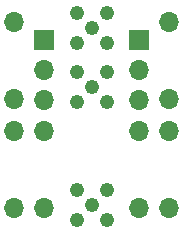
<source format=gbr>
%TF.GenerationSoftware,KiCad,Pcbnew,8.0.9-1.fc41*%
%TF.CreationDate,2025-03-19T11:39:37+02:00*%
%TF.ProjectId,Onsemi-3mm-TH-Con,4f6e7365-6d69-42d3-936d-6d2d54482d43,rev?*%
%TF.SameCoordinates,Original*%
%TF.FileFunction,Soldermask,Bot*%
%TF.FilePolarity,Negative*%
%FSLAX46Y46*%
G04 Gerber Fmt 4.6, Leading zero omitted, Abs format (unit mm)*
G04 Created by KiCad (PCBNEW 8.0.9-1.fc41) date 2025-03-19 11:39:37*
%MOMM*%
%LPD*%
G01*
G04 APERTURE LIST*
%ADD10C,1.240000*%
%ADD11O,1.700000X1.700000*%
%ADD12R,1.700000X1.700000*%
G04 APERTURE END LIST*
D10*
%TO.C,J-PWR-2*%
X150000000Y-105000000D03*
X148730000Y-103730000D03*
X148730000Y-106270000D03*
X151270000Y-103730000D03*
X151270000Y-106270000D03*
%TD*%
D11*
%TO.C,R3*%
X156540000Y-96030000D03*
X156540000Y-89490000D03*
%TD*%
D12*
%TO.C,J-SIG1*%
X154000000Y-91000000D03*
D11*
X154000000Y-93540000D03*
X154000000Y-96080000D03*
%TD*%
%TO.C,C1*%
X146000000Y-105270000D03*
X146000000Y-98730000D03*
%TD*%
%TO.C,R1*%
X143460000Y-98730000D03*
X143460000Y-105270000D03*
%TD*%
D10*
%TO.C,J-SIG-1*%
X150000000Y-95000000D03*
X148730000Y-93730000D03*
X148730000Y-96270000D03*
X151270000Y-93730000D03*
X151270000Y-96270000D03*
%TD*%
D12*
%TO.C,J-PWR1*%
X146000000Y-91000000D03*
D11*
X146000000Y-93540000D03*
X146000000Y-96080000D03*
%TD*%
%TO.C,R2*%
X154000000Y-105270000D03*
X154000000Y-98730000D03*
%TD*%
D10*
%TO.C,J-SIG-2*%
X150000000Y-90000000D03*
X148730000Y-88730000D03*
X148730000Y-91270000D03*
X151270000Y-88730000D03*
X151270000Y-91270000D03*
%TD*%
D11*
%TO.C,C3*%
X143460000Y-96030000D03*
X143460000Y-89490000D03*
%TD*%
%TO.C,C2*%
X156540000Y-105270000D03*
X156540000Y-98730000D03*
%TD*%
M02*

</source>
